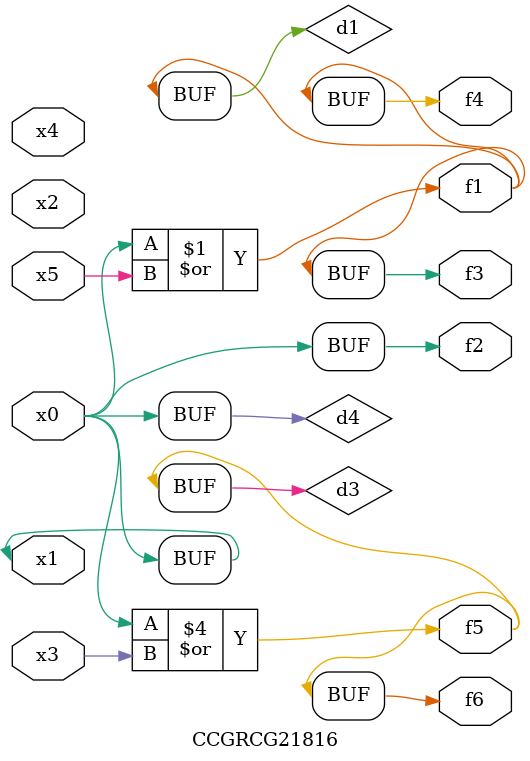
<source format=v>
module CCGRCG21816(
	input x0, x1, x2, x3, x4, x5,
	output f1, f2, f3, f4, f5, f6
);

	wire d1, d2, d3, d4;

	or (d1, x0, x5);
	xnor (d2, x1, x4);
	or (d3, x0, x3);
	buf (d4, x0, x1);
	assign f1 = d1;
	assign f2 = d4;
	assign f3 = d1;
	assign f4 = d1;
	assign f5 = d3;
	assign f6 = d3;
endmodule

</source>
